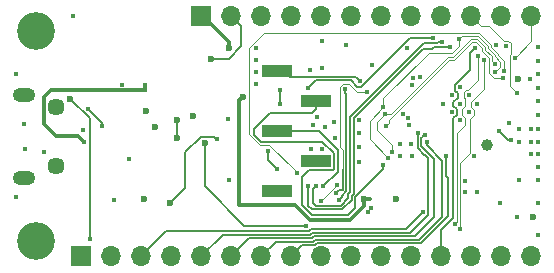
<source format=gbr>
G04 #@! TF.GenerationSoftware,KiCad,Pcbnew,5.1.5+dfsg1-2build2*
G04 #@! TF.CreationDate,2020-07-13T22:27:38-05:00*
G04 #@! TF.ProjectId,kw41z-feather,6b773431-7a2d-4666-9561-746865722e6b,rev?*
G04 #@! TF.SameCoordinates,Original*
G04 #@! TF.FileFunction,Copper,L4,Bot*
G04 #@! TF.FilePolarity,Positive*
%FSLAX46Y46*%
G04 Gerber Fmt 4.6, Leading zero omitted, Abs format (unit mm)*
G04 Created by KiCad (PCBNEW 5.1.5+dfsg1-2build2) date 2020-07-13 22:27:38*
%MOMM*%
%LPD*%
G04 APERTURE LIST*
%ADD10R,2.510000X1.000000*%
%ADD11C,1.000000*%
%ADD12C,1.450000*%
%ADD13O,1.900000X1.200000*%
%ADD14C,3.200000*%
%ADD15O,1.700000X1.700000*%
%ADD16R,1.700000X1.700000*%
%ADD17C,0.450000*%
%ADD18C,0.600000*%
%ADD19C,0.300000*%
%ADD20C,0.150000*%
%ADD21C,0.100000*%
G04 APERTURE END LIST*
D10*
X153285000Y-89747500D03*
X153285000Y-94827500D03*
X149975000Y-87207500D03*
X149975000Y-92287500D03*
X149975000Y-97367500D03*
D11*
X167750000Y-93450000D03*
D12*
X131256500Y-90210000D03*
X131256500Y-95210000D03*
D13*
X128556500Y-89210000D03*
X128556500Y-96210000D03*
D14*
X129540000Y-83820000D03*
X129540000Y-101600000D03*
D15*
X171450000Y-82550000D03*
X168910000Y-82550000D03*
X166370000Y-82550000D03*
X163830000Y-82550000D03*
X161290000Y-82550000D03*
X158750000Y-82550000D03*
X156210000Y-82550000D03*
X153670000Y-82550000D03*
X151130000Y-82550000D03*
X148590000Y-82550000D03*
X146050000Y-82550000D03*
D16*
X143510000Y-82550000D03*
D15*
X171450000Y-102870000D03*
X168910000Y-102870000D03*
X166370000Y-102870000D03*
X163830000Y-102870000D03*
X161290000Y-102870000D03*
X158750000Y-102870000D03*
X156210000Y-102870000D03*
X153670000Y-102870000D03*
X151130000Y-102870000D03*
X148590000Y-102870000D03*
X146050000Y-102870000D03*
X143510000Y-102870000D03*
X140970000Y-102870000D03*
X138430000Y-102870000D03*
X135890000Y-102870000D03*
D16*
X133350000Y-102870000D03*
D17*
X172075000Y-90887500D03*
X172075000Y-89737500D03*
X172075000Y-88587500D03*
X172075000Y-87437500D03*
X172075000Y-86287500D03*
X172075000Y-85137500D03*
X172075000Y-94237500D03*
X172075000Y-95337500D03*
X172075000Y-96437500D03*
X172075000Y-101087500D03*
X172075000Y-98337500D03*
D18*
X171597500Y-99510000D03*
D17*
X128525000Y-91637500D03*
X128575000Y-93737500D03*
X168825000Y-98337500D03*
X170225000Y-99487500D03*
X136825000Y-88787500D03*
X136825000Y-88337500D03*
X132675000Y-82487500D03*
X153775000Y-93787500D03*
X152825000Y-93787500D03*
X156925000Y-92387500D03*
X156925000Y-91337500D03*
X156925000Y-93587500D03*
X156925000Y-94837500D03*
X153975000Y-91937500D03*
X154725000Y-91487500D03*
X153325000Y-91037500D03*
X152975000Y-91737500D03*
X153975000Y-94887500D03*
X152775000Y-94887500D03*
X138775000Y-88337500D03*
X133575000Y-93137500D03*
X133525000Y-92187500D03*
X171375000Y-87837500D03*
X170425000Y-96437500D03*
X171475000Y-94237500D03*
X171475000Y-93187500D03*
X171425000Y-92037500D03*
X161325000Y-93387500D03*
X169325000Y-85037500D03*
X160975000Y-85237500D03*
X153775000Y-84637500D03*
X157925000Y-98787500D03*
X157625000Y-99137500D03*
X160375000Y-94337500D03*
X150975000Y-97137500D03*
X150975000Y-97637500D03*
D18*
X145850000Y-85250000D03*
D17*
X138775000Y-88787500D03*
X154825000Y-92837500D03*
X164025000Y-89937500D03*
X165475000Y-89937500D03*
X164725000Y-90637500D03*
X166175000Y-90637500D03*
X166875000Y-89937500D03*
X166175000Y-89187500D03*
X165425000Y-91337500D03*
X165475000Y-88537500D03*
X164775000Y-89237500D03*
X148175000Y-86237500D03*
X148175000Y-85237500D03*
X165850000Y-97450000D03*
X165850000Y-96450000D03*
D18*
X139650000Y-91950000D03*
D17*
X145834962Y-96424990D03*
X137450000Y-94650000D03*
D18*
X138850000Y-90550000D03*
D17*
X145762500Y-91250000D03*
X155750000Y-85000022D03*
X157950000Y-86699980D03*
X160569998Y-90789999D03*
X162050000Y-87650000D03*
X169550000Y-91550000D03*
X166650000Y-94350000D03*
D18*
X138676683Y-98003289D03*
D17*
X152765000Y-87050020D03*
X172075000Y-93137500D03*
X172075000Y-92037500D03*
X130175000Y-94037500D03*
X166685052Y-85258088D03*
X166969998Y-85889999D03*
X167450000Y-86250000D03*
X164997072Y-100116929D03*
X165425000Y-100537500D03*
X164250000Y-94350000D03*
X162600021Y-93150000D03*
X162450000Y-92550000D03*
X161850000Y-92450000D03*
X161050000Y-91150000D03*
X161150000Y-91750000D03*
X161350000Y-88350000D03*
X161450000Y-87750000D03*
X168750000Y-92250000D03*
X166835000Y-97450000D03*
D18*
X160025000Y-97987500D03*
D17*
X161335000Y-94350000D03*
X168475000Y-84937500D03*
X169725000Y-92987500D03*
X170415000Y-92050000D03*
X170425000Y-93137500D03*
D18*
X170365000Y-87850000D03*
D17*
X170075000Y-86037500D03*
D18*
X144350000Y-86150000D03*
X143821334Y-93250011D03*
D17*
X152418670Y-100283201D03*
X162275000Y-99137500D03*
D18*
X141451233Y-92851233D03*
X141450000Y-91350000D03*
D17*
X150206801Y-88762489D03*
X150225000Y-89962500D03*
X167738815Y-93398245D03*
D18*
X140850000Y-98350000D03*
D17*
X144850000Y-92950000D03*
X152575000Y-88587500D03*
X163175000Y-84337500D03*
X153225000Y-96937500D03*
X163950000Y-84687490D03*
X152575000Y-96937500D03*
X164549979Y-85131260D03*
X168431101Y-87245719D03*
X158950000Y-90250000D03*
X159375000Y-94537500D03*
X165375000Y-84437500D03*
X159050000Y-90850000D03*
X168420744Y-86615653D03*
X159666391Y-94012995D03*
X169103432Y-87803432D03*
X159175000Y-91837500D03*
X158950000Y-95150000D03*
D18*
X132450000Y-89550000D03*
D17*
X134075000Y-101387524D03*
X153674754Y-98137479D03*
X155042847Y-96793296D03*
X153875000Y-96937456D03*
X169119489Y-87203645D03*
X151675000Y-95787500D03*
X149180765Y-93912510D03*
X149925000Y-95437500D03*
X155738130Y-88686135D03*
X155182333Y-98077834D03*
X154975000Y-97487500D03*
X157555702Y-88943210D03*
X156926986Y-87985367D03*
X149135000Y-87250000D03*
X127850000Y-97850000D03*
X127850000Y-87450000D03*
X148150000Y-87250000D03*
X148150000Y-88250000D03*
X136150000Y-98050000D03*
X160350000Y-93350000D03*
D18*
X142850000Y-90950000D03*
D17*
X153750000Y-86950000D03*
D18*
X147024990Y-89353890D03*
X157325000Y-97987500D03*
D17*
X133950000Y-90350000D03*
X135150000Y-91850000D03*
X170225000Y-89037500D03*
D19*
X145850000Y-84750000D02*
X143650000Y-82550000D01*
X145850000Y-85250000D02*
X145850000Y-84750000D01*
X133575000Y-93137500D02*
X133125000Y-92687500D01*
X133125000Y-92687500D02*
X131225000Y-92687500D01*
X130231499Y-91693999D02*
X130231499Y-89331001D01*
X131225000Y-92687500D02*
X130231499Y-91693999D01*
X130231499Y-89331001D02*
X130775000Y-88787500D01*
X130775000Y-88787500D02*
X138775000Y-88787500D01*
X138775000Y-88787500D02*
X138775000Y-88337500D01*
D20*
X163830000Y-101667919D02*
X163830000Y-102870000D01*
X166685052Y-85258088D02*
X166258998Y-85684142D01*
X166258998Y-85684142D02*
X166258998Y-87087500D01*
X166258998Y-87087500D02*
X165024999Y-88321499D01*
X165225001Y-89453501D02*
X164875000Y-89803502D01*
X165024999Y-88321499D02*
X165024999Y-88821497D01*
X165024999Y-88821497D02*
X165225001Y-89021499D01*
X164875000Y-89803502D02*
X164875000Y-90121498D01*
X164875000Y-90121498D02*
X165175001Y-90421499D01*
X163830000Y-100617999D02*
X163830000Y-101667919D01*
X165175001Y-90853501D02*
X164875000Y-91153502D01*
X165175001Y-90421499D02*
X165175001Y-90853501D01*
X165225001Y-89021499D02*
X165225001Y-89453501D01*
X164875000Y-91153502D02*
X164875000Y-99572999D01*
X164875000Y-99572999D02*
X163830000Y-100617999D01*
D21*
X165175000Y-99939001D02*
X164997072Y-100116929D01*
X166969998Y-85889999D02*
X166969998Y-87938489D01*
X165629001Y-90912499D02*
X165850001Y-91133499D01*
X166969998Y-87938489D02*
X166145988Y-88762499D01*
X166145988Y-88762499D02*
X165970999Y-88762499D01*
X165970999Y-88762499D02*
X165749999Y-88983499D01*
X165175000Y-92387500D02*
X165175000Y-99939001D01*
X165749999Y-89391501D02*
X165900001Y-89541503D01*
X165900001Y-90141501D02*
X165629001Y-90412501D01*
X165900001Y-89541503D02*
X165900001Y-90141501D01*
X165629001Y-90412501D02*
X165629001Y-90912499D01*
X165749999Y-88983499D02*
X165749999Y-89391501D01*
X165850001Y-91133499D02*
X165850001Y-91712499D01*
X165850001Y-91712499D02*
X165175000Y-92387500D01*
X166275000Y-94095998D02*
X165425000Y-94945998D01*
X166275000Y-91237500D02*
X166275000Y-94095998D01*
X165425000Y-100487500D02*
X165425000Y-100537500D01*
X166600001Y-90912499D02*
X166275000Y-91237500D01*
X166600001Y-90433499D02*
X166600001Y-90912499D01*
X166379001Y-90212499D02*
X166600001Y-90433499D01*
X165425000Y-94945998D02*
X165425000Y-100487500D01*
X167450000Y-88733498D02*
X166379001Y-89804497D01*
X166379001Y-89804497D02*
X166379001Y-90212499D01*
X167450000Y-86250000D02*
X167450000Y-88733498D01*
D20*
X162122824Y-101765398D02*
X164450000Y-99438222D01*
X153131744Y-101933247D02*
X153299593Y-101765398D01*
X151130000Y-102870000D02*
X152066753Y-101933247D01*
X152066753Y-101933247D02*
X153131744Y-101933247D01*
X153299593Y-101765398D02*
X162122824Y-101765398D01*
X164450000Y-99438222D02*
X164450000Y-96250000D01*
X164250000Y-96050000D02*
X164250000Y-94350000D01*
X164450000Y-96250000D02*
X164250000Y-96050000D01*
X153007476Y-101633236D02*
X153175325Y-101465387D01*
X161934613Y-101465387D02*
X163894302Y-99505698D01*
X149826764Y-101633236D02*
X153007476Y-101633236D01*
X163894302Y-94762479D02*
X162600021Y-93468198D01*
X148590000Y-102870000D02*
X149826764Y-101633236D01*
X162600021Y-93468198D02*
X162600021Y-93150000D01*
X163894302Y-99505698D02*
X163894302Y-94762479D01*
X153175325Y-101465387D02*
X161934613Y-101465387D01*
X162150011Y-93512511D02*
X162150011Y-92849989D01*
X152883208Y-101333225D02*
X153051057Y-101165376D01*
X161634624Y-101165376D02*
X163250000Y-99550000D01*
X162225001Y-92774999D02*
X162450000Y-92550000D01*
X162150011Y-92849989D02*
X162225001Y-92774999D01*
X163250000Y-94612500D02*
X162150011Y-93512511D01*
X163250000Y-99550000D02*
X163250000Y-94612500D01*
X147586775Y-101333225D02*
X152883208Y-101333225D01*
X146050000Y-102870000D02*
X147586775Y-101333225D01*
X153051057Y-101165376D02*
X161634624Y-101165376D01*
X143510000Y-102870000D02*
X145346786Y-101033214D01*
X162725001Y-94525001D02*
X162450000Y-94250000D01*
X162725001Y-99353501D02*
X162725001Y-94525001D01*
X161213137Y-100865365D02*
X162725001Y-99353501D01*
X152926789Y-100865365D02*
X161213137Y-100865365D01*
X152758940Y-101033214D02*
X152926789Y-100865365D01*
X145346786Y-101033214D02*
X152758940Y-101033214D01*
X162450000Y-94250000D02*
X162387500Y-94250000D01*
X162387500Y-94250000D02*
X161850000Y-93712500D01*
X161850000Y-93712500D02*
X161850000Y-92450000D01*
X169487500Y-92987500D02*
X168750000Y-92250000D01*
X169775000Y-92987500D02*
X169487500Y-92987500D01*
D21*
X171450000Y-84662500D02*
X171450000Y-82550000D01*
X170075000Y-86037500D02*
X171450000Y-84662500D01*
D20*
X146899999Y-85088003D02*
X146899999Y-83399999D01*
X146899999Y-83399999D02*
X146050000Y-82550000D01*
X144350000Y-86150000D02*
X145838002Y-86150000D01*
X145838002Y-86150000D02*
X146899999Y-85088003D01*
X152100472Y-100283201D02*
X152418670Y-100283201D01*
X147183201Y-100283201D02*
X152100472Y-100283201D01*
X143821334Y-96921334D02*
X147183201Y-100283201D01*
X143821334Y-93250011D02*
X143821334Y-96921334D01*
X140566797Y-100733203D02*
X152634672Y-100733203D01*
X152802521Y-100565354D02*
X160847146Y-100565354D01*
X162050001Y-99362499D02*
X162275000Y-99137500D01*
X160847146Y-100565354D02*
X162050001Y-99362499D01*
X152634672Y-100733203D02*
X152802521Y-100565354D01*
X138430000Y-102870000D02*
X140566797Y-100733203D01*
X141451233Y-91351233D02*
X141450000Y-91350000D01*
X141451233Y-92851233D02*
X141451233Y-91351233D01*
X150206801Y-89944301D02*
X150225000Y-89962500D01*
X150206801Y-88762489D02*
X150206801Y-89944301D01*
X142150000Y-97050000D02*
X140850000Y-98350000D01*
X144625001Y-92725001D02*
X143474999Y-92725001D01*
X144850000Y-92950000D02*
X144625001Y-92725001D01*
X143474999Y-92725001D02*
X142150000Y-94050000D01*
X142150000Y-94050000D02*
X142150000Y-97050000D01*
X162856802Y-84337500D02*
X163175000Y-84337500D01*
X157075000Y-88487500D02*
X161225000Y-84337500D01*
X152575000Y-88587500D02*
X153225000Y-87937500D01*
X161225000Y-84337500D02*
X162856802Y-84337500D01*
X153225000Y-87937500D02*
X156175000Y-87937500D01*
X156175000Y-87937500D02*
X156725000Y-88487500D01*
X156725000Y-88487500D02*
X157075000Y-88487500D01*
X163631802Y-84687490D02*
X163950000Y-84687490D01*
X155974978Y-97963244D02*
X155974978Y-97594662D01*
X153225000Y-96937500D02*
X153000001Y-97162499D01*
X153000001Y-97162499D02*
X153000001Y-98366003D01*
X153000001Y-98366003D02*
X153221487Y-98587489D01*
X162350731Y-84837490D02*
X163481802Y-84837490D01*
X156124999Y-97444641D02*
X156124999Y-91063222D01*
X155350733Y-98587489D02*
X155974978Y-97963244D01*
X153221487Y-98587489D02*
X155350733Y-98587489D01*
X163481802Y-84837490D02*
X163631802Y-84687490D01*
X155974978Y-97594662D02*
X156124999Y-97444641D01*
X156124999Y-91063222D02*
X162350731Y-84837490D01*
X156274989Y-98087511D02*
X156274989Y-97718930D01*
X156425010Y-91187490D02*
X162275000Y-85337500D01*
X152575000Y-96937500D02*
X152575000Y-98587500D01*
X156274989Y-97718930D02*
X156425010Y-97568909D01*
X155475000Y-98887500D02*
X156274989Y-98087511D01*
X156425010Y-97568909D02*
X156425010Y-91187490D01*
X152875000Y-98887500D02*
X155475000Y-98887500D01*
X152575000Y-98587500D02*
X152875000Y-98887500D01*
X162275000Y-85337500D02*
X163075000Y-85337500D01*
X163075000Y-85337500D02*
X163275000Y-85137500D01*
X163275000Y-85137500D02*
X164575000Y-85137500D01*
D21*
X159375000Y-94537500D02*
X157775000Y-92937500D01*
X157775000Y-91425000D02*
X158950000Y-90250000D01*
X157775000Y-92937500D02*
X157775000Y-91425000D01*
X158950000Y-89620998D02*
X158950000Y-89931802D01*
X158950000Y-89931802D02*
X158950000Y-90250000D01*
X158950000Y-89620998D02*
X158950000Y-89462500D01*
X158950000Y-89462500D02*
X162775000Y-85637500D01*
X162775000Y-85637500D02*
X164775000Y-85637500D01*
X165375000Y-85037500D02*
X165375000Y-84437500D01*
X164775000Y-85637500D02*
X165375000Y-85037500D01*
X166942410Y-84187480D02*
X165625020Y-84187480D01*
X167799988Y-85245058D02*
X167799988Y-85045058D01*
X167799988Y-85045058D02*
X166942410Y-84187480D01*
X168375022Y-85930386D02*
X168375022Y-85820092D01*
X168845745Y-86401109D02*
X168375022Y-85930386D01*
X168375022Y-85820092D02*
X167799988Y-85245058D01*
X168845745Y-86831075D02*
X168845745Y-86401109D01*
X165625020Y-84187480D02*
X165375000Y-84437500D01*
X168431101Y-87245719D02*
X168845745Y-86831075D01*
X159666391Y-94012995D02*
X159666391Y-93428891D01*
X159666391Y-93428891D02*
X158425000Y-92187500D01*
X158425000Y-91475000D02*
X159050000Y-90850000D01*
X158425000Y-92187500D02*
X158425000Y-91475000D01*
X159368198Y-90850000D02*
X159050000Y-90850000D01*
X168420744Y-86615653D02*
X168125011Y-86319920D01*
X167549977Y-85348615D02*
X167549977Y-85148615D01*
X166888851Y-84487489D02*
X166363935Y-84487489D01*
X167549977Y-85148615D02*
X166888851Y-84487489D01*
X159551424Y-90850000D02*
X159368198Y-90850000D01*
X164838913Y-86012511D02*
X164388913Y-86012511D01*
X164388913Y-86012511D02*
X159551424Y-90850000D01*
X168125011Y-85923649D02*
X167549977Y-85348615D01*
X166363935Y-84487489D02*
X164838913Y-86012511D01*
X168125011Y-86319920D02*
X168125011Y-85923649D01*
X167299966Y-85252172D02*
X166785294Y-84737500D01*
X159399999Y-91612501D02*
X159175000Y-91837500D01*
X169103432Y-87803432D02*
X168340932Y-87803432D01*
X164492470Y-86262522D02*
X159399999Y-91354993D01*
X167875000Y-86027206D02*
X167299966Y-85452172D01*
X164942470Y-86262522D02*
X164492470Y-86262522D01*
X166785294Y-84737500D02*
X166467492Y-84737500D01*
X167875000Y-87337500D02*
X167875000Y-86027206D01*
X168340932Y-87803432D02*
X167875000Y-87337500D01*
X167299966Y-85452172D02*
X167299966Y-85252172D01*
X166467492Y-84737500D02*
X164942470Y-86262522D01*
X159399999Y-91354993D02*
X159399999Y-91612501D01*
D20*
X152025000Y-98487502D02*
X152025000Y-96137500D01*
X156575000Y-98737500D02*
X155925000Y-99387500D01*
X152924998Y-99387500D02*
X152025000Y-98487502D01*
X158950000Y-95150000D02*
X158950000Y-95468198D01*
X156575000Y-97843198D02*
X156575000Y-98737500D01*
X152609999Y-95552501D02*
X154720001Y-95552501D01*
X152025000Y-96137500D02*
X152609999Y-95552501D01*
X154720001Y-95552501D02*
X154765001Y-95507501D01*
X155925000Y-99387500D02*
X152924998Y-99387500D01*
X154765001Y-95507501D02*
X154765001Y-94137500D01*
X158950000Y-95468198D02*
X156575000Y-97843198D01*
X154730000Y-94102499D02*
X154730000Y-94092500D01*
X154765001Y-94137500D02*
X154730000Y-94102499D01*
X154730000Y-94092500D02*
X153775000Y-93137500D01*
X153775000Y-93137500D02*
X148575000Y-93137500D01*
X148575000Y-93137500D02*
X148025000Y-92587500D01*
X148025000Y-92077498D02*
X149364998Y-90737500D01*
X148025000Y-92587500D02*
X148025000Y-92077498D01*
X153285000Y-90397500D02*
X153285000Y-89747500D01*
X152945000Y-90737500D02*
X153285000Y-90397500D01*
X149364998Y-90737500D02*
X152945000Y-90737500D01*
X132450000Y-89550000D02*
X134075000Y-91175000D01*
X134075000Y-91175000D02*
X134075000Y-101387524D01*
D21*
X155018937Y-96793296D02*
X155042847Y-96793296D01*
X153674754Y-98137479D02*
X155018937Y-96793296D01*
D20*
X153525000Y-92287500D02*
X149975000Y-92287500D01*
X155065012Y-93827512D02*
X153525000Y-92287500D01*
X155065012Y-95747444D02*
X155065012Y-93827512D01*
X153875000Y-96937456D02*
X155065012Y-95747444D01*
D21*
X148871000Y-83912498D02*
X147575000Y-85208498D01*
X168625033Y-85716535D02*
X168049999Y-85141501D01*
X169119489Y-86321285D02*
X168625033Y-85826829D01*
X148461087Y-93412511D02*
X149300011Y-93412511D01*
X168049999Y-84941501D02*
X167020996Y-83912498D01*
X147575000Y-92526424D02*
X148461087Y-93412511D01*
X169119489Y-87203645D02*
X169119489Y-86321285D01*
X151450001Y-95562501D02*
X151675000Y-95787500D01*
X168625033Y-85826829D02*
X168625033Y-85716535D01*
X147575000Y-85208498D02*
X147575000Y-92526424D01*
X149300011Y-93412511D02*
X151450001Y-95562501D01*
X167020996Y-83912498D02*
X148871000Y-83912498D01*
X168049999Y-85141501D02*
X168049999Y-84941501D01*
D20*
X149180765Y-94693265D02*
X149180765Y-93912510D01*
X149925000Y-95437500D02*
X149180765Y-94693265D01*
X155407332Y-97852835D02*
X155407332Y-97738029D01*
X155824988Y-97320373D02*
X155824988Y-89091191D01*
X155407332Y-97738029D02*
X155824988Y-97320373D01*
X155824988Y-89091191D02*
X155738130Y-89004333D01*
X155182333Y-98077834D02*
X155407332Y-97852835D01*
X155738130Y-89004333D02*
X155738130Y-88686135D01*
X155458581Y-97262501D02*
X155492848Y-97228234D01*
X154975000Y-97487500D02*
X155199999Y-97262501D01*
X155199999Y-97262501D02*
X155458581Y-97262501D01*
X155492848Y-97228234D02*
X155492848Y-95505348D01*
D21*
X155250001Y-88545262D02*
X155534129Y-88261134D01*
X155534129Y-88261134D02*
X156009710Y-88261134D01*
X155492848Y-93866424D02*
X155250001Y-93623577D01*
X157237504Y-88943210D02*
X157555702Y-88943210D01*
X156691786Y-88943210D02*
X157237504Y-88943210D01*
X155492848Y-95505348D02*
X155492848Y-93866424D01*
X155250001Y-93623577D02*
X155250001Y-88545262D01*
X156009710Y-88261134D02*
X156691786Y-88943210D01*
D20*
X156701987Y-87760368D02*
X156926986Y-87985367D01*
X151024989Y-87637489D02*
X156579108Y-87637489D01*
X156579108Y-87637489D02*
X156701987Y-87760368D01*
X150825000Y-87437500D02*
X151024989Y-87637489D01*
D19*
X157825000Y-97987500D02*
X157325000Y-97987500D01*
X156101045Y-99812511D02*
X157325000Y-98588556D01*
X147024990Y-89353890D02*
X146724991Y-89653889D01*
X146724991Y-98487491D02*
X151423935Y-98487491D01*
X146724991Y-89653889D02*
X146724991Y-98487491D01*
X151423935Y-98487491D02*
X152748955Y-99812511D01*
X152748955Y-99812511D02*
X156101045Y-99812511D01*
X157325000Y-98588556D02*
X157325000Y-97987500D01*
D20*
X135150000Y-91550000D02*
X135150000Y-91850000D01*
X133950000Y-90350000D02*
X135150000Y-91550000D01*
D21*
X169649999Y-88462499D02*
X170000001Y-88812501D01*
X169649999Y-85833499D02*
X169649999Y-88462499D01*
X170000001Y-88812501D02*
X170225000Y-89037500D01*
X169750001Y-85733497D02*
X169649999Y-85833499D01*
X169750001Y-84833499D02*
X169750001Y-85733497D01*
X169529001Y-84612499D02*
X169750001Y-84833499D01*
X169120999Y-84612499D02*
X169529001Y-84612499D01*
X167219999Y-83399999D02*
X167908499Y-83399999D01*
X167908499Y-83399999D02*
X169120999Y-84612499D01*
X166370000Y-82550000D02*
X167219999Y-83399999D01*
M02*

</source>
